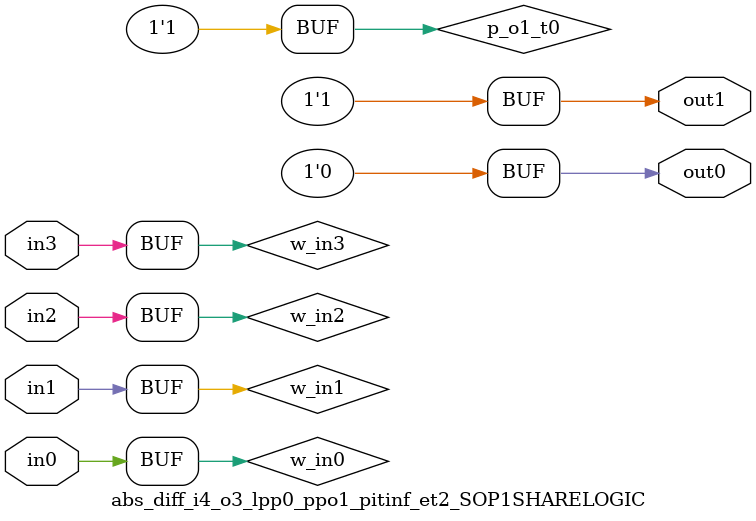
<source format=v>
module abs_diff_i4_o3_lpp0_ppo1_pitinf_et2_SOP1SHARELOGIC (in0, in1, in2, in3, out0, out1);
// declaring inputs
input in0,  in1,  in2,  in3;
// declaring outputs
output out0,  out1;
// JSON model input
wire w_in3, w_in2, w_in1, w_in0;
// JSON model output
wire w_g17, w_g21;
//json model
wire p_o0_t0, p_o1_t0;
// JSON model input assign
assign w_in3 = in3;
assign w_in2 = in2;
assign w_in1 = in1;
assign w_in0 = in0;
//json model assigns (approximated/XPATed part)
assign out0 = 0;
assign p_o1_t0 = 1;
assign out1 = p_o1_t0;
endmodule
</source>
